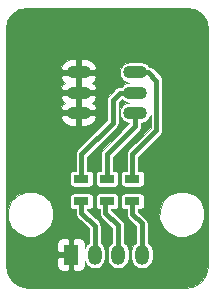
<source format=gtl>
%TF.GenerationSoftware,KiCad,Pcbnew,4.0.7-e2-6376~58~ubuntu16.04.1*%
%TF.CreationDate,2018-01-20T15:51:19+01:00*%
%TF.ProjectId,RGBModule,5247424D6F64756C652E6B696361645F,rev?*%
%TF.FileFunction,Copper,L1,Top,Signal*%
%FSLAX46Y46*%
G04 Gerber Fmt 4.6, Leading zero omitted, Abs format (unit mm)*
G04 Created by KiCad (PCBNEW 4.0.7-e2-6376~58~ubuntu16.04.1) date Sat Jan 20 15:51:19 2018*
%MOMM*%
%LPD*%
G01*
G04 APERTURE LIST*
%ADD10C,0.100000*%
%ADD11O,1.998980X1.099820*%
%ADD12R,1.200000X1.700000*%
%ADD13O,1.200000X1.700000*%
%ADD14R,1.300000X0.700000*%
%ADD15C,0.400000*%
%ADD16C,0.254000*%
G04 APERTURE END LIST*
D10*
D11*
X11287760Y-9192260D03*
X11287760Y-7493000D03*
X11287760Y-5793740D03*
X6492240Y-5793740D03*
X6492240Y-7493000D03*
X6492240Y-9192260D03*
D12*
X5842000Y-21209000D03*
D13*
X7842000Y-21209000D03*
X9842000Y-21209000D03*
X11842000Y-21209000D03*
D14*
X11049000Y-16698000D03*
X11049000Y-14798000D03*
X8890000Y-14798000D03*
X8890000Y-16698000D03*
X6731000Y-14798000D03*
X6731000Y-16698000D03*
D15*
X6492240Y-9192260D02*
X6492240Y-10398760D01*
X5842000Y-18796000D02*
X5842000Y-21209000D01*
X4826000Y-17780000D02*
X5842000Y-18796000D01*
X4826000Y-12065000D02*
X4826000Y-17780000D01*
X6492240Y-10398760D02*
X4826000Y-12065000D01*
X6492240Y-9192260D02*
X6492240Y-7493000D01*
X6492240Y-5793740D02*
X6492240Y-7493000D01*
X11287760Y-9192260D02*
X11287760Y-10302240D01*
X8890000Y-12700000D02*
X8890000Y-14798000D01*
X11287760Y-10302240D02*
X8890000Y-12700000D01*
X6731000Y-14798000D02*
X6731000Y-12700000D01*
X10033000Y-7493000D02*
X11287760Y-7493000D01*
X9398000Y-8128000D02*
X10033000Y-7493000D01*
X9398000Y-10033000D02*
X9398000Y-8128000D01*
X6731000Y-12700000D02*
X9398000Y-10033000D01*
X11049000Y-14798000D02*
X11049000Y-12700000D01*
X12397740Y-5793740D02*
X11287760Y-5793740D01*
X13081000Y-6477000D02*
X12397740Y-5793740D01*
X13081000Y-10668000D02*
X13081000Y-6477000D01*
X11049000Y-12700000D02*
X13081000Y-10668000D01*
X6731000Y-16698000D02*
X6731000Y-17653000D01*
X7842000Y-18764000D02*
X7842000Y-21209000D01*
X6731000Y-17653000D02*
X7842000Y-18764000D01*
X9842000Y-21209000D02*
X9842000Y-18732000D01*
X8763000Y-17653000D02*
X8763000Y-16825000D01*
X9842000Y-18732000D02*
X8763000Y-17653000D01*
D16*
X8763000Y-16825000D02*
X8890000Y-16698000D01*
D15*
X11049000Y-16698000D02*
X11049000Y-17780000D01*
X11842000Y-18573000D02*
X11842000Y-21209000D01*
X11049000Y-17780000D02*
X11842000Y-18573000D01*
D10*
G36*
X16324892Y-459654D02*
X16921623Y-858377D01*
X17320346Y-1455108D01*
X17466500Y-2189875D01*
X17466500Y-22185314D01*
X17269318Y-22951633D01*
X16807509Y-23566038D01*
X16145728Y-23956949D01*
X15344888Y-24070500D01*
X2198686Y-24070500D01*
X1432367Y-23873318D01*
X817962Y-23411509D01*
X427051Y-22749728D01*
X313500Y-21948888D01*
X313500Y-21552500D01*
X4684000Y-21552500D01*
X4684000Y-22169993D01*
X4768951Y-22375082D01*
X4925918Y-22532050D01*
X5131007Y-22617000D01*
X5498500Y-22617000D01*
X5638000Y-22477500D01*
X5638000Y-21413000D01*
X4823500Y-21413000D01*
X4684000Y-21552500D01*
X313500Y-21552500D01*
X313500Y-20248007D01*
X4684000Y-20248007D01*
X4684000Y-20865500D01*
X4823500Y-21005000D01*
X5638000Y-21005000D01*
X5638000Y-19940500D01*
X5498500Y-19801000D01*
X5131007Y-19801000D01*
X4925918Y-19885950D01*
X4768951Y-20042918D01*
X4684000Y-20248007D01*
X313500Y-20248007D01*
X313500Y-18157068D01*
X508670Y-18157068D01*
X797926Y-18857121D01*
X1333062Y-19393192D01*
X2032609Y-19683669D01*
X2790068Y-19684330D01*
X3490121Y-19395074D01*
X4026192Y-18859938D01*
X4316669Y-18160391D01*
X4317330Y-17402932D01*
X4028074Y-16702879D01*
X3673814Y-16348000D01*
X5771045Y-16348000D01*
X5771045Y-17048000D01*
X5792243Y-17160655D01*
X5858822Y-17264123D01*
X5960410Y-17333535D01*
X6081000Y-17357955D01*
X6227000Y-17357955D01*
X6227000Y-17653000D01*
X6265365Y-17845873D01*
X6374618Y-18009382D01*
X7338000Y-18972764D01*
X7338000Y-20206813D01*
X7202775Y-20297167D01*
X7006813Y-20590446D01*
X7000000Y-20624697D01*
X7000000Y-20248007D01*
X6915049Y-20042918D01*
X6758082Y-19885950D01*
X6552993Y-19801000D01*
X6185500Y-19801000D01*
X6046000Y-19940500D01*
X6046000Y-21005000D01*
X6066000Y-21005000D01*
X6066000Y-21413000D01*
X6046000Y-21413000D01*
X6046000Y-22477500D01*
X6185500Y-22617000D01*
X6552993Y-22617000D01*
X6758082Y-22532050D01*
X6915049Y-22375082D01*
X7000000Y-22169993D01*
X7000000Y-21793303D01*
X7006813Y-21827554D01*
X7202775Y-22120833D01*
X7496054Y-22316795D01*
X7842000Y-22385608D01*
X8187946Y-22316795D01*
X8481225Y-22120833D01*
X8677187Y-21827554D01*
X8746000Y-21481608D01*
X8746000Y-20936392D01*
X8677187Y-20590446D01*
X8481225Y-20297167D01*
X8346000Y-20206813D01*
X8346000Y-18764000D01*
X8339635Y-18732000D01*
X8307635Y-18571127D01*
X8198382Y-18407618D01*
X7235000Y-17444236D01*
X7235000Y-17357955D01*
X7381000Y-17357955D01*
X7493655Y-17336757D01*
X7597123Y-17270178D01*
X7666535Y-17168590D01*
X7690955Y-17048000D01*
X7690955Y-16348000D01*
X7930045Y-16348000D01*
X7930045Y-17048000D01*
X7951243Y-17160655D01*
X8017822Y-17264123D01*
X8119410Y-17333535D01*
X8240000Y-17357955D01*
X8259000Y-17357955D01*
X8259000Y-17653000D01*
X8297365Y-17845873D01*
X8406618Y-18009382D01*
X9338000Y-18940764D01*
X9338000Y-20206813D01*
X9202775Y-20297167D01*
X9006813Y-20590446D01*
X8938000Y-20936392D01*
X8938000Y-21481608D01*
X9006813Y-21827554D01*
X9202775Y-22120833D01*
X9496054Y-22316795D01*
X9842000Y-22385608D01*
X10187946Y-22316795D01*
X10481225Y-22120833D01*
X10677187Y-21827554D01*
X10746000Y-21481608D01*
X10746000Y-20936392D01*
X10677187Y-20590446D01*
X10481225Y-20297167D01*
X10346000Y-20206813D01*
X10346000Y-18732000D01*
X10307635Y-18539128D01*
X10198382Y-18375618D01*
X9267000Y-17444236D01*
X9267000Y-17357955D01*
X9540000Y-17357955D01*
X9652655Y-17336757D01*
X9756123Y-17270178D01*
X9825535Y-17168590D01*
X9849955Y-17048000D01*
X9849955Y-16348000D01*
X10089045Y-16348000D01*
X10089045Y-17048000D01*
X10110243Y-17160655D01*
X10176822Y-17264123D01*
X10278410Y-17333535D01*
X10399000Y-17357955D01*
X10545000Y-17357955D01*
X10545000Y-17780000D01*
X10583365Y-17972873D01*
X10692618Y-18136382D01*
X11338000Y-18781764D01*
X11338000Y-20206813D01*
X11202775Y-20297167D01*
X11006813Y-20590446D01*
X10938000Y-20936392D01*
X10938000Y-21481608D01*
X11006813Y-21827554D01*
X11202775Y-22120833D01*
X11496054Y-22316795D01*
X11842000Y-22385608D01*
X12187946Y-22316795D01*
X12481225Y-22120833D01*
X12677187Y-21827554D01*
X12746000Y-21481608D01*
X12746000Y-20936392D01*
X12677187Y-20590446D01*
X12481225Y-20297167D01*
X12346000Y-20206813D01*
X12346000Y-18573000D01*
X12307635Y-18380128D01*
X12307635Y-18380127D01*
X12198382Y-18216618D01*
X12138832Y-18157068D01*
X13335670Y-18157068D01*
X13624926Y-18857121D01*
X14160062Y-19393192D01*
X14859609Y-19683669D01*
X15617068Y-19684330D01*
X16317121Y-19395074D01*
X16853192Y-18859938D01*
X17143669Y-18160391D01*
X17144330Y-17402932D01*
X16855074Y-16702879D01*
X16319938Y-16166808D01*
X15620391Y-15876331D01*
X14862932Y-15875670D01*
X14162879Y-16164926D01*
X13626808Y-16700062D01*
X13336331Y-17399609D01*
X13335670Y-18157068D01*
X12138832Y-18157068D01*
X11553000Y-17571236D01*
X11553000Y-17357955D01*
X11699000Y-17357955D01*
X11811655Y-17336757D01*
X11915123Y-17270178D01*
X11984535Y-17168590D01*
X12008955Y-17048000D01*
X12008955Y-16348000D01*
X11987757Y-16235345D01*
X11921178Y-16131877D01*
X11819590Y-16062465D01*
X11699000Y-16038045D01*
X10399000Y-16038045D01*
X10286345Y-16059243D01*
X10182877Y-16125822D01*
X10113465Y-16227410D01*
X10089045Y-16348000D01*
X9849955Y-16348000D01*
X9828757Y-16235345D01*
X9762178Y-16131877D01*
X9660590Y-16062465D01*
X9540000Y-16038045D01*
X8240000Y-16038045D01*
X8127345Y-16059243D01*
X8023877Y-16125822D01*
X7954465Y-16227410D01*
X7930045Y-16348000D01*
X7690955Y-16348000D01*
X7669757Y-16235345D01*
X7603178Y-16131877D01*
X7501590Y-16062465D01*
X7381000Y-16038045D01*
X6081000Y-16038045D01*
X5968345Y-16059243D01*
X5864877Y-16125822D01*
X5795465Y-16227410D01*
X5771045Y-16348000D01*
X3673814Y-16348000D01*
X3492938Y-16166808D01*
X2793391Y-15876331D01*
X2035932Y-15875670D01*
X1335879Y-16164926D01*
X799808Y-16700062D01*
X509331Y-17399609D01*
X508670Y-18157068D01*
X313500Y-18157068D01*
X313500Y-14448000D01*
X5771045Y-14448000D01*
X5771045Y-15148000D01*
X5792243Y-15260655D01*
X5858822Y-15364123D01*
X5960410Y-15433535D01*
X6081000Y-15457955D01*
X7381000Y-15457955D01*
X7493655Y-15436757D01*
X7597123Y-15370178D01*
X7666535Y-15268590D01*
X7690955Y-15148000D01*
X7690955Y-14448000D01*
X7669757Y-14335345D01*
X7603178Y-14231877D01*
X7501590Y-14162465D01*
X7381000Y-14138045D01*
X7235000Y-14138045D01*
X7235000Y-12908764D01*
X9754382Y-10389382D01*
X9863635Y-10225872D01*
X9902001Y-10033000D01*
X9902000Y-10032995D01*
X9902000Y-8336764D01*
X10182049Y-8056715D01*
X10208837Y-8096806D01*
X10485866Y-8281910D01*
X10791126Y-8342630D01*
X10485866Y-8403350D01*
X10208837Y-8588454D01*
X10023733Y-8865483D01*
X9958733Y-9192260D01*
X10023733Y-9519037D01*
X10208837Y-9796066D01*
X10485866Y-9981170D01*
X10783760Y-10040425D01*
X10783760Y-10093476D01*
X8533618Y-12343618D01*
X8424365Y-12507127D01*
X8424365Y-12507128D01*
X8386000Y-12700000D01*
X8386000Y-14138045D01*
X8240000Y-14138045D01*
X8127345Y-14159243D01*
X8023877Y-14225822D01*
X7954465Y-14327410D01*
X7930045Y-14448000D01*
X7930045Y-15148000D01*
X7951243Y-15260655D01*
X8017822Y-15364123D01*
X8119410Y-15433535D01*
X8240000Y-15457955D01*
X9540000Y-15457955D01*
X9652655Y-15436757D01*
X9756123Y-15370178D01*
X9825535Y-15268590D01*
X9849955Y-15148000D01*
X9849955Y-14448000D01*
X9828757Y-14335345D01*
X9762178Y-14231877D01*
X9660590Y-14162465D01*
X9540000Y-14138045D01*
X9394000Y-14138045D01*
X9394000Y-12908764D01*
X11644142Y-10658622D01*
X11753395Y-10495112D01*
X11791760Y-10302240D01*
X11791760Y-10040425D01*
X12089654Y-9981170D01*
X12366683Y-9796066D01*
X12551787Y-9519037D01*
X12577000Y-9392283D01*
X12577000Y-10459236D01*
X10692618Y-12343618D01*
X10583365Y-12507127D01*
X10583365Y-12507128D01*
X10545000Y-12700000D01*
X10545000Y-14138045D01*
X10399000Y-14138045D01*
X10286345Y-14159243D01*
X10182877Y-14225822D01*
X10113465Y-14327410D01*
X10089045Y-14448000D01*
X10089045Y-15148000D01*
X10110243Y-15260655D01*
X10176822Y-15364123D01*
X10278410Y-15433535D01*
X10399000Y-15457955D01*
X11699000Y-15457955D01*
X11811655Y-15436757D01*
X11915123Y-15370178D01*
X11984535Y-15268590D01*
X12008955Y-15148000D01*
X12008955Y-14448000D01*
X11987757Y-14335345D01*
X11921178Y-14231877D01*
X11819590Y-14162465D01*
X11699000Y-14138045D01*
X11553000Y-14138045D01*
X11553000Y-12908764D01*
X13437382Y-11024382D01*
X13546635Y-10860873D01*
X13585000Y-10668000D01*
X13585000Y-6477005D01*
X13585001Y-6477000D01*
X13546635Y-6284128D01*
X13437382Y-6120618D01*
X12754122Y-5437358D01*
X12590613Y-5328105D01*
X12438832Y-5297914D01*
X12366683Y-5189934D01*
X12089654Y-5004830D01*
X11762877Y-4939830D01*
X10812643Y-4939830D01*
X10485866Y-5004830D01*
X10208837Y-5189934D01*
X10023733Y-5466963D01*
X9958733Y-5793740D01*
X10023733Y-6120517D01*
X10208837Y-6397546D01*
X10485866Y-6582650D01*
X10791126Y-6643370D01*
X10485866Y-6704090D01*
X10208837Y-6889194D01*
X10142149Y-6989000D01*
X10033005Y-6989000D01*
X10033000Y-6988999D01*
X9840128Y-7027365D01*
X9676618Y-7136618D01*
X9041618Y-7771618D01*
X8932365Y-7935127D01*
X8932365Y-7935128D01*
X8894000Y-8128000D01*
X8894000Y-9824236D01*
X6374618Y-12343618D01*
X6265365Y-12507127D01*
X6265365Y-12507128D01*
X6227000Y-12700000D01*
X6227000Y-14138045D01*
X6081000Y-14138045D01*
X5968345Y-14159243D01*
X5864877Y-14225822D01*
X5795465Y-14327410D01*
X5771045Y-14448000D01*
X313500Y-14448000D01*
X313500Y-9564100D01*
X4999013Y-9564100D01*
X5115000Y-9831421D01*
X5430210Y-10137768D01*
X5838660Y-10300170D01*
X6288240Y-10300170D01*
X6288240Y-9396260D01*
X6696240Y-9396260D01*
X6696240Y-10300170D01*
X7145820Y-10300170D01*
X7554270Y-10137768D01*
X7869480Y-9831421D01*
X7985467Y-9564100D01*
X7888499Y-9396260D01*
X6696240Y-9396260D01*
X6288240Y-9396260D01*
X5095981Y-9396260D01*
X4999013Y-9564100D01*
X313500Y-9564100D01*
X313500Y-7864840D01*
X4999013Y-7864840D01*
X5115000Y-8132161D01*
X5331558Y-8342630D01*
X5115000Y-8553099D01*
X4999013Y-8820420D01*
X5095981Y-8988260D01*
X6288240Y-8988260D01*
X6288240Y-7697000D01*
X6696240Y-7697000D01*
X6696240Y-8988260D01*
X7888499Y-8988260D01*
X7985467Y-8820420D01*
X7869480Y-8553099D01*
X7652922Y-8342630D01*
X7869480Y-8132161D01*
X7985467Y-7864840D01*
X7888499Y-7697000D01*
X6696240Y-7697000D01*
X6288240Y-7697000D01*
X5095981Y-7697000D01*
X4999013Y-7864840D01*
X313500Y-7864840D01*
X313500Y-6165580D01*
X4999013Y-6165580D01*
X5115000Y-6432901D01*
X5331558Y-6643370D01*
X5115000Y-6853839D01*
X4999013Y-7121160D01*
X5095981Y-7289000D01*
X6288240Y-7289000D01*
X6288240Y-5997740D01*
X6696240Y-5997740D01*
X6696240Y-7289000D01*
X7888499Y-7289000D01*
X7985467Y-7121160D01*
X7869480Y-6853839D01*
X7652922Y-6643370D01*
X7869480Y-6432901D01*
X7985467Y-6165580D01*
X7888499Y-5997740D01*
X6696240Y-5997740D01*
X6288240Y-5997740D01*
X5095981Y-5997740D01*
X4999013Y-6165580D01*
X313500Y-6165580D01*
X313500Y-5421900D01*
X4999013Y-5421900D01*
X5095981Y-5589740D01*
X6288240Y-5589740D01*
X6288240Y-4685830D01*
X6696240Y-4685830D01*
X6696240Y-5589740D01*
X7888499Y-5589740D01*
X7985467Y-5421900D01*
X7869480Y-5154579D01*
X7554270Y-4848232D01*
X7145820Y-4685830D01*
X6696240Y-4685830D01*
X6288240Y-4685830D01*
X5838660Y-4685830D01*
X5430210Y-4848232D01*
X5115000Y-5154579D01*
X4999013Y-5421900D01*
X313500Y-5421900D01*
X313500Y-2189876D01*
X459654Y-1455108D01*
X858377Y-858377D01*
X1455108Y-459654D01*
X2189875Y-313500D01*
X15590124Y-313500D01*
X16324892Y-459654D01*
X16324892Y-459654D01*
G37*
X16324892Y-459654D02*
X16921623Y-858377D01*
X17320346Y-1455108D01*
X17466500Y-2189875D01*
X17466500Y-22185314D01*
X17269318Y-22951633D01*
X16807509Y-23566038D01*
X16145728Y-23956949D01*
X15344888Y-24070500D01*
X2198686Y-24070500D01*
X1432367Y-23873318D01*
X817962Y-23411509D01*
X427051Y-22749728D01*
X313500Y-21948888D01*
X313500Y-21552500D01*
X4684000Y-21552500D01*
X4684000Y-22169993D01*
X4768951Y-22375082D01*
X4925918Y-22532050D01*
X5131007Y-22617000D01*
X5498500Y-22617000D01*
X5638000Y-22477500D01*
X5638000Y-21413000D01*
X4823500Y-21413000D01*
X4684000Y-21552500D01*
X313500Y-21552500D01*
X313500Y-20248007D01*
X4684000Y-20248007D01*
X4684000Y-20865500D01*
X4823500Y-21005000D01*
X5638000Y-21005000D01*
X5638000Y-19940500D01*
X5498500Y-19801000D01*
X5131007Y-19801000D01*
X4925918Y-19885950D01*
X4768951Y-20042918D01*
X4684000Y-20248007D01*
X313500Y-20248007D01*
X313500Y-18157068D01*
X508670Y-18157068D01*
X797926Y-18857121D01*
X1333062Y-19393192D01*
X2032609Y-19683669D01*
X2790068Y-19684330D01*
X3490121Y-19395074D01*
X4026192Y-18859938D01*
X4316669Y-18160391D01*
X4317330Y-17402932D01*
X4028074Y-16702879D01*
X3673814Y-16348000D01*
X5771045Y-16348000D01*
X5771045Y-17048000D01*
X5792243Y-17160655D01*
X5858822Y-17264123D01*
X5960410Y-17333535D01*
X6081000Y-17357955D01*
X6227000Y-17357955D01*
X6227000Y-17653000D01*
X6265365Y-17845873D01*
X6374618Y-18009382D01*
X7338000Y-18972764D01*
X7338000Y-20206813D01*
X7202775Y-20297167D01*
X7006813Y-20590446D01*
X7000000Y-20624697D01*
X7000000Y-20248007D01*
X6915049Y-20042918D01*
X6758082Y-19885950D01*
X6552993Y-19801000D01*
X6185500Y-19801000D01*
X6046000Y-19940500D01*
X6046000Y-21005000D01*
X6066000Y-21005000D01*
X6066000Y-21413000D01*
X6046000Y-21413000D01*
X6046000Y-22477500D01*
X6185500Y-22617000D01*
X6552993Y-22617000D01*
X6758082Y-22532050D01*
X6915049Y-22375082D01*
X7000000Y-22169993D01*
X7000000Y-21793303D01*
X7006813Y-21827554D01*
X7202775Y-22120833D01*
X7496054Y-22316795D01*
X7842000Y-22385608D01*
X8187946Y-22316795D01*
X8481225Y-22120833D01*
X8677187Y-21827554D01*
X8746000Y-21481608D01*
X8746000Y-20936392D01*
X8677187Y-20590446D01*
X8481225Y-20297167D01*
X8346000Y-20206813D01*
X8346000Y-18764000D01*
X8339635Y-18732000D01*
X8307635Y-18571127D01*
X8198382Y-18407618D01*
X7235000Y-17444236D01*
X7235000Y-17357955D01*
X7381000Y-17357955D01*
X7493655Y-17336757D01*
X7597123Y-17270178D01*
X7666535Y-17168590D01*
X7690955Y-17048000D01*
X7690955Y-16348000D01*
X7930045Y-16348000D01*
X7930045Y-17048000D01*
X7951243Y-17160655D01*
X8017822Y-17264123D01*
X8119410Y-17333535D01*
X8240000Y-17357955D01*
X8259000Y-17357955D01*
X8259000Y-17653000D01*
X8297365Y-17845873D01*
X8406618Y-18009382D01*
X9338000Y-18940764D01*
X9338000Y-20206813D01*
X9202775Y-20297167D01*
X9006813Y-20590446D01*
X8938000Y-20936392D01*
X8938000Y-21481608D01*
X9006813Y-21827554D01*
X9202775Y-22120833D01*
X9496054Y-22316795D01*
X9842000Y-22385608D01*
X10187946Y-22316795D01*
X10481225Y-22120833D01*
X10677187Y-21827554D01*
X10746000Y-21481608D01*
X10746000Y-20936392D01*
X10677187Y-20590446D01*
X10481225Y-20297167D01*
X10346000Y-20206813D01*
X10346000Y-18732000D01*
X10307635Y-18539128D01*
X10198382Y-18375618D01*
X9267000Y-17444236D01*
X9267000Y-17357955D01*
X9540000Y-17357955D01*
X9652655Y-17336757D01*
X9756123Y-17270178D01*
X9825535Y-17168590D01*
X9849955Y-17048000D01*
X9849955Y-16348000D01*
X10089045Y-16348000D01*
X10089045Y-17048000D01*
X10110243Y-17160655D01*
X10176822Y-17264123D01*
X10278410Y-17333535D01*
X10399000Y-17357955D01*
X10545000Y-17357955D01*
X10545000Y-17780000D01*
X10583365Y-17972873D01*
X10692618Y-18136382D01*
X11338000Y-18781764D01*
X11338000Y-20206813D01*
X11202775Y-20297167D01*
X11006813Y-20590446D01*
X10938000Y-20936392D01*
X10938000Y-21481608D01*
X11006813Y-21827554D01*
X11202775Y-22120833D01*
X11496054Y-22316795D01*
X11842000Y-22385608D01*
X12187946Y-22316795D01*
X12481225Y-22120833D01*
X12677187Y-21827554D01*
X12746000Y-21481608D01*
X12746000Y-20936392D01*
X12677187Y-20590446D01*
X12481225Y-20297167D01*
X12346000Y-20206813D01*
X12346000Y-18573000D01*
X12307635Y-18380128D01*
X12307635Y-18380127D01*
X12198382Y-18216618D01*
X12138832Y-18157068D01*
X13335670Y-18157068D01*
X13624926Y-18857121D01*
X14160062Y-19393192D01*
X14859609Y-19683669D01*
X15617068Y-19684330D01*
X16317121Y-19395074D01*
X16853192Y-18859938D01*
X17143669Y-18160391D01*
X17144330Y-17402932D01*
X16855074Y-16702879D01*
X16319938Y-16166808D01*
X15620391Y-15876331D01*
X14862932Y-15875670D01*
X14162879Y-16164926D01*
X13626808Y-16700062D01*
X13336331Y-17399609D01*
X13335670Y-18157068D01*
X12138832Y-18157068D01*
X11553000Y-17571236D01*
X11553000Y-17357955D01*
X11699000Y-17357955D01*
X11811655Y-17336757D01*
X11915123Y-17270178D01*
X11984535Y-17168590D01*
X12008955Y-17048000D01*
X12008955Y-16348000D01*
X11987757Y-16235345D01*
X11921178Y-16131877D01*
X11819590Y-16062465D01*
X11699000Y-16038045D01*
X10399000Y-16038045D01*
X10286345Y-16059243D01*
X10182877Y-16125822D01*
X10113465Y-16227410D01*
X10089045Y-16348000D01*
X9849955Y-16348000D01*
X9828757Y-16235345D01*
X9762178Y-16131877D01*
X9660590Y-16062465D01*
X9540000Y-16038045D01*
X8240000Y-16038045D01*
X8127345Y-16059243D01*
X8023877Y-16125822D01*
X7954465Y-16227410D01*
X7930045Y-16348000D01*
X7690955Y-16348000D01*
X7669757Y-16235345D01*
X7603178Y-16131877D01*
X7501590Y-16062465D01*
X7381000Y-16038045D01*
X6081000Y-16038045D01*
X5968345Y-16059243D01*
X5864877Y-16125822D01*
X5795465Y-16227410D01*
X5771045Y-16348000D01*
X3673814Y-16348000D01*
X3492938Y-16166808D01*
X2793391Y-15876331D01*
X2035932Y-15875670D01*
X1335879Y-16164926D01*
X799808Y-16700062D01*
X509331Y-17399609D01*
X508670Y-18157068D01*
X313500Y-18157068D01*
X313500Y-14448000D01*
X5771045Y-14448000D01*
X5771045Y-15148000D01*
X5792243Y-15260655D01*
X5858822Y-15364123D01*
X5960410Y-15433535D01*
X6081000Y-15457955D01*
X7381000Y-15457955D01*
X7493655Y-15436757D01*
X7597123Y-15370178D01*
X7666535Y-15268590D01*
X7690955Y-15148000D01*
X7690955Y-14448000D01*
X7669757Y-14335345D01*
X7603178Y-14231877D01*
X7501590Y-14162465D01*
X7381000Y-14138045D01*
X7235000Y-14138045D01*
X7235000Y-12908764D01*
X9754382Y-10389382D01*
X9863635Y-10225872D01*
X9902001Y-10033000D01*
X9902000Y-10032995D01*
X9902000Y-8336764D01*
X10182049Y-8056715D01*
X10208837Y-8096806D01*
X10485866Y-8281910D01*
X10791126Y-8342630D01*
X10485866Y-8403350D01*
X10208837Y-8588454D01*
X10023733Y-8865483D01*
X9958733Y-9192260D01*
X10023733Y-9519037D01*
X10208837Y-9796066D01*
X10485866Y-9981170D01*
X10783760Y-10040425D01*
X10783760Y-10093476D01*
X8533618Y-12343618D01*
X8424365Y-12507127D01*
X8424365Y-12507128D01*
X8386000Y-12700000D01*
X8386000Y-14138045D01*
X8240000Y-14138045D01*
X8127345Y-14159243D01*
X8023877Y-14225822D01*
X7954465Y-14327410D01*
X7930045Y-14448000D01*
X7930045Y-15148000D01*
X7951243Y-15260655D01*
X8017822Y-15364123D01*
X8119410Y-15433535D01*
X8240000Y-15457955D01*
X9540000Y-15457955D01*
X9652655Y-15436757D01*
X9756123Y-15370178D01*
X9825535Y-15268590D01*
X9849955Y-15148000D01*
X9849955Y-14448000D01*
X9828757Y-14335345D01*
X9762178Y-14231877D01*
X9660590Y-14162465D01*
X9540000Y-14138045D01*
X9394000Y-14138045D01*
X9394000Y-12908764D01*
X11644142Y-10658622D01*
X11753395Y-10495112D01*
X11791760Y-10302240D01*
X11791760Y-10040425D01*
X12089654Y-9981170D01*
X12366683Y-9796066D01*
X12551787Y-9519037D01*
X12577000Y-9392283D01*
X12577000Y-10459236D01*
X10692618Y-12343618D01*
X10583365Y-12507127D01*
X10583365Y-12507128D01*
X10545000Y-12700000D01*
X10545000Y-14138045D01*
X10399000Y-14138045D01*
X10286345Y-14159243D01*
X10182877Y-14225822D01*
X10113465Y-14327410D01*
X10089045Y-14448000D01*
X10089045Y-15148000D01*
X10110243Y-15260655D01*
X10176822Y-15364123D01*
X10278410Y-15433535D01*
X10399000Y-15457955D01*
X11699000Y-15457955D01*
X11811655Y-15436757D01*
X11915123Y-15370178D01*
X11984535Y-15268590D01*
X12008955Y-15148000D01*
X12008955Y-14448000D01*
X11987757Y-14335345D01*
X11921178Y-14231877D01*
X11819590Y-14162465D01*
X11699000Y-14138045D01*
X11553000Y-14138045D01*
X11553000Y-12908764D01*
X13437382Y-11024382D01*
X13546635Y-10860873D01*
X13585000Y-10668000D01*
X13585000Y-6477005D01*
X13585001Y-6477000D01*
X13546635Y-6284128D01*
X13437382Y-6120618D01*
X12754122Y-5437358D01*
X12590613Y-5328105D01*
X12438832Y-5297914D01*
X12366683Y-5189934D01*
X12089654Y-5004830D01*
X11762877Y-4939830D01*
X10812643Y-4939830D01*
X10485866Y-5004830D01*
X10208837Y-5189934D01*
X10023733Y-5466963D01*
X9958733Y-5793740D01*
X10023733Y-6120517D01*
X10208837Y-6397546D01*
X10485866Y-6582650D01*
X10791126Y-6643370D01*
X10485866Y-6704090D01*
X10208837Y-6889194D01*
X10142149Y-6989000D01*
X10033005Y-6989000D01*
X10033000Y-6988999D01*
X9840128Y-7027365D01*
X9676618Y-7136618D01*
X9041618Y-7771618D01*
X8932365Y-7935127D01*
X8932365Y-7935128D01*
X8894000Y-8128000D01*
X8894000Y-9824236D01*
X6374618Y-12343618D01*
X6265365Y-12507127D01*
X6265365Y-12507128D01*
X6227000Y-12700000D01*
X6227000Y-14138045D01*
X6081000Y-14138045D01*
X5968345Y-14159243D01*
X5864877Y-14225822D01*
X5795465Y-14327410D01*
X5771045Y-14448000D01*
X313500Y-14448000D01*
X313500Y-9564100D01*
X4999013Y-9564100D01*
X5115000Y-9831421D01*
X5430210Y-10137768D01*
X5838660Y-10300170D01*
X6288240Y-10300170D01*
X6288240Y-9396260D01*
X6696240Y-9396260D01*
X6696240Y-10300170D01*
X7145820Y-10300170D01*
X7554270Y-10137768D01*
X7869480Y-9831421D01*
X7985467Y-9564100D01*
X7888499Y-9396260D01*
X6696240Y-9396260D01*
X6288240Y-9396260D01*
X5095981Y-9396260D01*
X4999013Y-9564100D01*
X313500Y-9564100D01*
X313500Y-7864840D01*
X4999013Y-7864840D01*
X5115000Y-8132161D01*
X5331558Y-8342630D01*
X5115000Y-8553099D01*
X4999013Y-8820420D01*
X5095981Y-8988260D01*
X6288240Y-8988260D01*
X6288240Y-7697000D01*
X6696240Y-7697000D01*
X6696240Y-8988260D01*
X7888499Y-8988260D01*
X7985467Y-8820420D01*
X7869480Y-8553099D01*
X7652922Y-8342630D01*
X7869480Y-8132161D01*
X7985467Y-7864840D01*
X7888499Y-7697000D01*
X6696240Y-7697000D01*
X6288240Y-7697000D01*
X5095981Y-7697000D01*
X4999013Y-7864840D01*
X313500Y-7864840D01*
X313500Y-6165580D01*
X4999013Y-6165580D01*
X5115000Y-6432901D01*
X5331558Y-6643370D01*
X5115000Y-6853839D01*
X4999013Y-7121160D01*
X5095981Y-7289000D01*
X6288240Y-7289000D01*
X6288240Y-5997740D01*
X6696240Y-5997740D01*
X6696240Y-7289000D01*
X7888499Y-7289000D01*
X7985467Y-7121160D01*
X7869480Y-6853839D01*
X7652922Y-6643370D01*
X7869480Y-6432901D01*
X7985467Y-6165580D01*
X7888499Y-5997740D01*
X6696240Y-5997740D01*
X6288240Y-5997740D01*
X5095981Y-5997740D01*
X4999013Y-6165580D01*
X313500Y-6165580D01*
X313500Y-5421900D01*
X4999013Y-5421900D01*
X5095981Y-5589740D01*
X6288240Y-5589740D01*
X6288240Y-4685830D01*
X6696240Y-4685830D01*
X6696240Y-5589740D01*
X7888499Y-5589740D01*
X7985467Y-5421900D01*
X7869480Y-5154579D01*
X7554270Y-4848232D01*
X7145820Y-4685830D01*
X6696240Y-4685830D01*
X6288240Y-4685830D01*
X5838660Y-4685830D01*
X5430210Y-4848232D01*
X5115000Y-5154579D01*
X4999013Y-5421900D01*
X313500Y-5421900D01*
X313500Y-2189876D01*
X459654Y-1455108D01*
X858377Y-858377D01*
X1455108Y-459654D01*
X2189875Y-313500D01*
X15590124Y-313500D01*
X16324892Y-459654D01*
M02*

</source>
